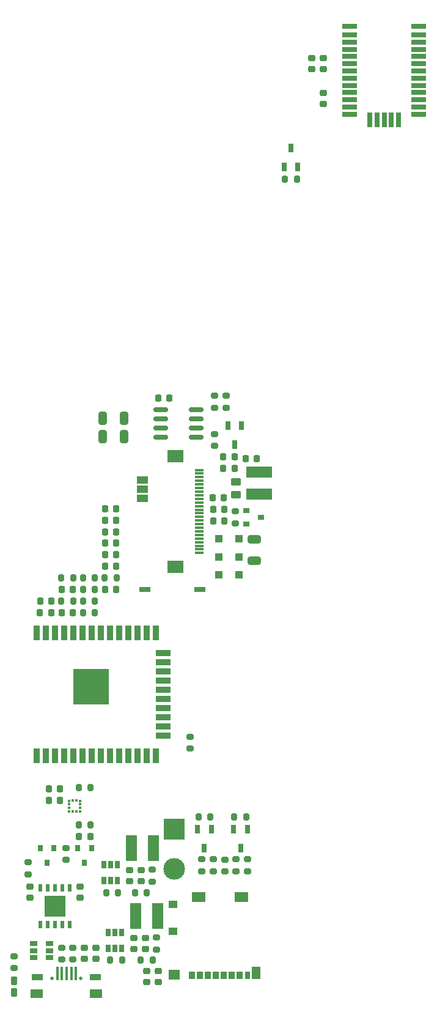
<source format=gbr>
%TF.GenerationSoftware,KiCad,Pcbnew,(5.99.0-10506-gb986797469)*%
%TF.CreationDate,2021-06-08T23:03:07+02:00*%
%TF.ProjectId,Navi_2_0,4e617669-5f32-45f3-902e-6b696361645f,rev?*%
%TF.SameCoordinates,Original*%
%TF.FileFunction,Soldermask,Bot*%
%TF.FilePolarity,Negative*%
%FSLAX46Y46*%
G04 Gerber Fmt 4.6, Leading zero omitted, Abs format (unit mm)*
G04 Created by KiCad (PCBNEW (5.99.0-10506-gb986797469)) date 2021-06-08 23:03:07*
%MOMM*%
%LPD*%
G01*
G04 APERTURE LIST*
G04 Aperture macros list*
%AMRoundRect*
0 Rectangle with rounded corners*
0 $1 Rounding radius*
0 $2 $3 $4 $5 $6 $7 $8 $9 X,Y pos of 4 corners*
0 Add a 4 corners polygon primitive as box body*
4,1,4,$2,$3,$4,$5,$6,$7,$8,$9,$2,$3,0*
0 Add four circle primitives for the rounded corners*
1,1,$1+$1,$2,$3*
1,1,$1+$1,$4,$5*
1,1,$1+$1,$6,$7*
1,1,$1+$1,$8,$9*
0 Add four rect primitives between the rounded corners*
20,1,$1+$1,$2,$3,$4,$5,0*
20,1,$1+$1,$4,$5,$6,$7,0*
20,1,$1+$1,$6,$7,$8,$9,0*
20,1,$1+$1,$8,$9,$2,$3,0*%
G04 Aperture macros list end*
%ADD10R,0.900000X2.000000*%
%ADD11R,2.000000X0.900000*%
%ADD12R,5.000000X5.000000*%
%ADD13C,3.000000*%
%ADD14R,3.000000X3.000000*%
%ADD15RoundRect,0.225000X-0.225000X-0.250000X0.225000X-0.250000X0.225000X0.250000X-0.225000X0.250000X0*%
%ADD16RoundRect,0.250000X-0.650000X0.325000X-0.650000X-0.325000X0.650000X-0.325000X0.650000X0.325000X0*%
%ADD17RoundRect,0.225000X0.225000X0.250000X-0.225000X0.250000X-0.225000X-0.250000X0.225000X-0.250000X0*%
%ADD18RoundRect,0.225000X-0.250000X0.225000X-0.250000X-0.225000X0.250000X-0.225000X0.250000X0.225000X0*%
%ADD19R,1.100000X1.100000*%
%ADD20RoundRect,0.250000X-0.325000X-0.650000X0.325000X-0.650000X0.325000X0.650000X-0.325000X0.650000X0*%
%ADD21R,1.300000X0.300000*%
%ADD22R,2.200000X1.800000*%
%ADD23R,0.650000X1.220000*%
%ADD24R,1.500000X1.000000*%
%ADD25R,0.900000X0.800000*%
%ADD26R,3.600000X1.500000*%
%ADD27RoundRect,0.249998X0.450002X-0.262502X0.450002X0.262502X-0.450002X0.262502X-0.450002X-0.262502X0*%
%ADD28RoundRect,0.200000X0.275000X-0.200000X0.275000X0.200000X-0.275000X0.200000X-0.275000X-0.200000X0*%
%ADD29RoundRect,0.150000X0.825000X0.150000X-0.825000X0.150000X-0.825000X-0.150000X0.825000X-0.150000X0*%
%ADD30R,0.510000X1.100000*%
%ADD31R,0.850000X1.100000*%
%ADD32R,0.750000X1.100000*%
%ADD33R,1.200000X1.000000*%
%ADD34R,1.170000X1.800000*%
%ADD35R,1.900000X1.350000*%
%ADD36R,1.550000X1.350000*%
%ADD37C,0.500000*%
%ADD38R,0.400000X1.850000*%
%ADD39R,1.690000X1.300000*%
%ADD40R,1.650000X0.900000*%
%ADD41R,2.150000X0.700000*%
%ADD42R,0.700000X2.150000*%
%ADD43RoundRect,0.225000X0.250000X-0.225000X0.250000X0.225000X-0.250000X0.225000X-0.250000X-0.225000X0*%
%ADD44RoundRect,0.200000X0.200000X0.275000X-0.200000X0.275000X-0.200000X-0.275000X0.200000X-0.275000X0*%
%ADD45R,1.500000X3.600000*%
%ADD46R,1.060000X0.650000*%
%ADD47R,0.650000X1.060000*%
%ADD48RoundRect,0.200000X-0.275000X0.200000X-0.275000X-0.200000X0.275000X-0.200000X0.275000X0.200000X0*%
%ADD49R,0.800000X0.900000*%
%ADD50R,0.350000X0.325000*%
%ADD51R,0.325000X0.350000*%
%ADD52RoundRect,0.200000X-0.200000X-0.275000X0.200000X-0.275000X0.200000X0.275000X-0.200000X0.275000X0*%
%ADD53R,1.600000X0.760000*%
%ADD54RoundRect,0.212500X0.212500X-0.400000X0.212500X0.400000X-0.212500X0.400000X-0.212500X-0.400000X0*%
G04 APERTURE END LIST*
D10*
%TO.C,U3*%
X41382500Y-132000000D03*
X42652500Y-132000000D03*
X43922500Y-132000000D03*
X45192500Y-132000000D03*
X46462500Y-132000000D03*
X47732500Y-132000000D03*
X49002500Y-132000000D03*
X50272500Y-132000000D03*
X51542500Y-132000000D03*
X52812500Y-132000000D03*
X54082500Y-132000000D03*
X55352500Y-132000000D03*
X56622500Y-132000000D03*
X57892500Y-132000000D03*
D11*
X58892500Y-134785000D03*
X58892500Y-136055000D03*
X58892500Y-137325000D03*
X58892500Y-138595000D03*
X58892500Y-139865000D03*
X58892500Y-141135000D03*
X58892500Y-142405000D03*
X58892500Y-143675000D03*
X58892500Y-144945000D03*
X58892500Y-146215000D03*
D10*
X57892500Y-149000000D03*
X56622500Y-149000000D03*
X55352500Y-149000000D03*
X54082500Y-149000000D03*
X52812500Y-149000000D03*
X51542500Y-149000000D03*
X50272500Y-149000000D03*
X49002500Y-149000000D03*
X47732500Y-149000000D03*
X46462500Y-149000000D03*
X45192500Y-149000000D03*
X43922500Y-149000000D03*
X42652500Y-149000000D03*
X41382500Y-149000000D03*
D12*
X48882500Y-139500000D03*
%TD*%
D13*
%TO.C,J9*%
X60400000Y-164700000D03*
%TD*%
D14*
%TO.C,J10*%
X60400000Y-159200000D03*
%TD*%
D15*
%TO.C,C22*%
X50825000Y-121200000D03*
X52375000Y-121200000D03*
%TD*%
D16*
%TO.C,C13*%
X71500000Y-119025000D03*
X71500000Y-121975000D03*
%TD*%
D17*
%TO.C,C16*%
X68775000Y-107600000D03*
X67225000Y-107600000D03*
%TD*%
D15*
%TO.C,C17*%
X58225000Y-99500000D03*
X59775000Y-99500000D03*
%TD*%
%TO.C,C21*%
X50825000Y-118000000D03*
X52375000Y-118000000D03*
%TD*%
D18*
%TO.C,C20*%
X47400000Y-167125000D03*
X47400000Y-168675000D03*
%TD*%
D19*
%TO.C,D4*%
X66600000Y-124000000D03*
X69400000Y-124000000D03*
%TD*%
D20*
%TO.C,C24*%
X50525000Y-102300000D03*
X53475000Y-102300000D03*
%TD*%
%TO.C,C25*%
X50525000Y-104800000D03*
X53475000Y-104800000D03*
%TD*%
D15*
%TO.C,C26*%
X65825000Y-116500000D03*
X67375000Y-116500000D03*
%TD*%
%TO.C,C27*%
X50850000Y-114800000D03*
X52400000Y-114800000D03*
%TD*%
%TO.C,C28*%
X50825000Y-116400000D03*
X52375000Y-116400000D03*
%TD*%
%TO.C,C29*%
X50825000Y-119600000D03*
X52375000Y-119600000D03*
%TD*%
D19*
%TO.C,D3*%
X69400000Y-121500000D03*
X66600000Y-121500000D03*
%TD*%
%TO.C,D5*%
X66600000Y-119000000D03*
X69400000Y-119000000D03*
%TD*%
D21*
%TO.C,J2*%
X63850000Y-120950000D03*
X63850000Y-120450000D03*
X63850000Y-119950000D03*
X63850000Y-119450000D03*
X63850000Y-118950000D03*
X63850000Y-118450000D03*
X63850000Y-117950000D03*
X63850000Y-117450000D03*
X63850000Y-116950000D03*
X63850000Y-116450000D03*
X63850000Y-115950000D03*
X63850000Y-115450000D03*
X63850000Y-114950000D03*
X63850000Y-114450000D03*
X63850000Y-113950000D03*
X63850000Y-113450000D03*
X63850000Y-112950000D03*
X63850000Y-112450000D03*
X63850000Y-111950000D03*
X63850000Y-111450000D03*
X63850000Y-110950000D03*
X63850000Y-110450000D03*
X63850000Y-109950000D03*
X63850000Y-109450000D03*
D22*
X60600000Y-107550000D03*
X60600000Y-122850000D03*
%TD*%
D15*
%TO.C,C30*%
X50825000Y-122800000D03*
X52375000Y-122800000D03*
%TD*%
D23*
%TO.C,Q1*%
X67850000Y-103290000D03*
X69750000Y-103290000D03*
X68800000Y-105910000D03*
%TD*%
D24*
%TO.C,JP1*%
X56000000Y-113400000D03*
X56000000Y-112100000D03*
X56000000Y-110800000D03*
%TD*%
D25*
%TO.C,Q2*%
X70400000Y-116950000D03*
X70400000Y-115050000D03*
X72400000Y-116000000D03*
%TD*%
D26*
%TO.C,L3*%
X72200000Y-109725000D03*
X72200000Y-112775000D03*
%TD*%
D27*
%TO.C,R28*%
X69000000Y-112912500D03*
X69000000Y-111087500D03*
%TD*%
D28*
%TO.C,R27*%
X66000000Y-106125000D03*
X66000000Y-104475000D03*
%TD*%
D29*
%TO.C,U7*%
X63475000Y-101095000D03*
X63475000Y-102365000D03*
X63475000Y-103635000D03*
X63475000Y-104905000D03*
X58525000Y-104905000D03*
X58525000Y-103635000D03*
X58525000Y-102365000D03*
X58525000Y-101095000D03*
%TD*%
D28*
%TO.C,R29*%
X68900000Y-116825000D03*
X68900000Y-115175000D03*
%TD*%
%TO.C,R30*%
X67600000Y-100825000D03*
X67600000Y-99175000D03*
%TD*%
D18*
%TO.C,C9*%
X40400000Y-167125000D03*
X40400000Y-168675000D03*
%TD*%
D30*
%TO.C,U4*%
X45900000Y-172400000D03*
X44900000Y-172400000D03*
X43900000Y-172400000D03*
X42900000Y-172400000D03*
X41900000Y-172400000D03*
X41900000Y-167300000D03*
X42900000Y-167300000D03*
X43900000Y-167300000D03*
X44900000Y-167300000D03*
X45900000Y-167300000D03*
D14*
X43900000Y-169850000D03*
%TD*%
D31*
%TO.C,J27*%
X62895000Y-179450000D03*
X63995000Y-179450000D03*
X65095000Y-179450000D03*
X66195000Y-179450000D03*
X67295000Y-179450000D03*
X68395000Y-179450000D03*
X69495000Y-179450000D03*
D32*
X70545000Y-179450000D03*
D33*
X60260000Y-173300000D03*
X60260000Y-169600000D03*
D34*
X71755000Y-179100000D03*
D35*
X63760000Y-168625000D03*
X69730000Y-168625000D03*
D36*
X60435000Y-179325000D03*
%TD*%
D37*
%TO.C,J1*%
X47500000Y-179850000D03*
X43500000Y-179850000D03*
D38*
X46800000Y-179165000D03*
X46150000Y-179165000D03*
X45500000Y-179165000D03*
X44850000Y-179165000D03*
X44200000Y-179165000D03*
D39*
X49615000Y-182000000D03*
D40*
X49525000Y-179640000D03*
D39*
X41385000Y-182000000D03*
D40*
X41475000Y-179640000D03*
%TD*%
D28*
%TO.C,R31*%
X66000000Y-100825000D03*
X66000000Y-99175000D03*
%TD*%
D41*
%TO.C,U5*%
X84700000Y-60200000D03*
X84700000Y-59200000D03*
X84700000Y-58200000D03*
X84700000Y-57200000D03*
X84700000Y-56200000D03*
X84700000Y-55200000D03*
X84700000Y-54200000D03*
X84700000Y-53200000D03*
X84700000Y-52200000D03*
X84700000Y-51200000D03*
X84700000Y-50200000D03*
X84700000Y-49200000D03*
X84700000Y-48050000D03*
X94300000Y-48050000D03*
X94300000Y-49200000D03*
X94300000Y-50200000D03*
X94300000Y-51200000D03*
X94300000Y-52200000D03*
X94300000Y-53200000D03*
X94300000Y-54200000D03*
X94300000Y-55200000D03*
X94300000Y-56200000D03*
X94300000Y-57200000D03*
X94300000Y-58200000D03*
X94300000Y-59200000D03*
X94300000Y-60200000D03*
D42*
X91500000Y-61000000D03*
X90500000Y-61000000D03*
X89500000Y-61000000D03*
X88500000Y-61000000D03*
X87500000Y-61000000D03*
%TD*%
D43*
%TO.C,C1*%
X54800000Y-175775000D03*
X54800000Y-174225000D03*
%TD*%
%TO.C,C2*%
X54200000Y-166375000D03*
X54200000Y-164825000D03*
%TD*%
D28*
%TO.C,R37*%
X65800000Y-165025000D03*
X65800000Y-163375000D03*
%TD*%
D44*
%TO.C,R21*%
X48825000Y-153400000D03*
X47175000Y-153400000D03*
%TD*%
D45*
%TO.C,L1*%
X55075000Y-171200000D03*
X58125000Y-171200000D03*
%TD*%
D18*
%TO.C,C32*%
X81100000Y-52425000D03*
X81100000Y-53975000D03*
%TD*%
D46*
%TO.C,D1*%
X40900000Y-176950000D03*
X40900000Y-176000000D03*
X40900000Y-175050000D03*
X43100000Y-175050000D03*
X43100000Y-176000000D03*
X43100000Y-176950000D03*
%TD*%
D18*
%TO.C,C11*%
X55800000Y-164825000D03*
X55800000Y-166375000D03*
%TD*%
D15*
%TO.C,C15*%
X47225000Y-160200000D03*
X48775000Y-160200000D03*
%TD*%
D28*
%TO.C,R39*%
X70600000Y-165025000D03*
X70600000Y-163375000D03*
%TD*%
D44*
%TO.C,R14*%
X49425000Y-124400000D03*
X47775000Y-124400000D03*
%TD*%
D47*
%TO.C,U2*%
X50650000Y-164100000D03*
X51600000Y-164100000D03*
X52550000Y-164100000D03*
X52550000Y-166300000D03*
X51600000Y-166300000D03*
X50650000Y-166300000D03*
%TD*%
D28*
%TO.C,R5*%
X46400000Y-177225000D03*
X46400000Y-175575000D03*
%TD*%
D18*
%TO.C,C31*%
X81100000Y-57225000D03*
X81100000Y-58775000D03*
%TD*%
D44*
%TO.C,R15*%
X52425000Y-124400000D03*
X50775000Y-124400000D03*
%TD*%
D23*
%TO.C,Q3*%
X77550000Y-67510000D03*
X75650000Y-67510000D03*
X76600000Y-64890000D03*
%TD*%
D15*
%TO.C,C36*%
X70325000Y-107900000D03*
X71875000Y-107900000D03*
%TD*%
%TO.C,C4*%
X44825000Y-129200000D03*
X46375000Y-129200000D03*
%TD*%
D47*
%TO.C,U1*%
X51250000Y-173500000D03*
X52200000Y-173500000D03*
X53150000Y-173500000D03*
X53150000Y-175700000D03*
X52200000Y-175700000D03*
X51250000Y-175700000D03*
%TD*%
D15*
%TO.C,C14*%
X43025000Y-155200000D03*
X44575000Y-155200000D03*
%TD*%
D44*
%TO.C,R9*%
X49425000Y-126000000D03*
X47775000Y-126000000D03*
%TD*%
D15*
%TO.C,C35*%
X65825000Y-114900000D03*
X67375000Y-114900000D03*
%TD*%
D44*
%TO.C,R32*%
X77425000Y-69200000D03*
X75775000Y-69200000D03*
%TD*%
D17*
%TO.C,C12*%
X52375000Y-126000000D03*
X50825000Y-126000000D03*
%TD*%
D48*
%TO.C,R12*%
X57400000Y-164775000D03*
X57400000Y-166425000D03*
%TD*%
D49*
%TO.C,Q5*%
X41850000Y-161800000D03*
X43750000Y-161800000D03*
X42800000Y-163800000D03*
%TD*%
D50*
%TO.C,U6*%
X47362500Y-155250000D03*
X47362500Y-155750000D03*
X47362500Y-156250000D03*
X47362500Y-156750000D03*
D51*
X46850000Y-156762500D03*
X46350000Y-156762500D03*
D50*
X45837500Y-156750000D03*
X45837500Y-156250000D03*
X45837500Y-155750000D03*
X45837500Y-155250000D03*
D51*
X46350000Y-155237500D03*
X46850000Y-155237500D03*
%TD*%
D43*
%TO.C,C19*%
X58200000Y-180375000D03*
X58200000Y-178825000D03*
%TD*%
D52*
%TO.C,R6*%
X47775000Y-127600000D03*
X49425000Y-127600000D03*
%TD*%
D18*
%TO.C,C18*%
X56600000Y-178825000D03*
X56600000Y-180375000D03*
%TD*%
D17*
%TO.C,C5*%
X43375000Y-129200000D03*
X41825000Y-129200000D03*
%TD*%
D49*
%TO.C,Q4*%
X47050000Y-161800000D03*
X48950000Y-161800000D03*
X48000000Y-163800000D03*
%TD*%
D28*
%TO.C,R36*%
X64200000Y-165000000D03*
X64200000Y-163350000D03*
%TD*%
D44*
%TO.C,R33*%
X70400000Y-157500000D03*
X68750000Y-157500000D03*
%TD*%
D23*
%TO.C,Q6*%
X68650000Y-159190000D03*
X70550000Y-159190000D03*
X69600000Y-161810000D03*
%TD*%
D17*
%TO.C,C23*%
X44575000Y-153600000D03*
X43025000Y-153600000D03*
%TD*%
D28*
%TO.C,R4*%
X44800000Y-177225000D03*
X44800000Y-175575000D03*
%TD*%
D53*
%TO.C,SW1*%
X64010000Y-126000000D03*
X56390000Y-126000000D03*
%TD*%
D28*
%TO.C,R38*%
X67400000Y-165050000D03*
X67400000Y-163400000D03*
%TD*%
D44*
%TO.C,R1*%
X46425000Y-127600000D03*
X44775000Y-127600000D03*
%TD*%
%TO.C,R8*%
X46425000Y-124400000D03*
X44775000Y-124400000D03*
%TD*%
D48*
%TO.C,R10*%
X58000000Y-174175000D03*
X58000000Y-175825000D03*
%TD*%
D28*
%TO.C,R18*%
X38200000Y-178425000D03*
X38200000Y-176775000D03*
%TD*%
D48*
%TO.C,R35*%
X69000000Y-163375000D03*
X69000000Y-165025000D03*
%TD*%
D52*
%TO.C,R2*%
X51550000Y-177300000D03*
X53200000Y-177300000D03*
%TD*%
D18*
%TO.C,C33*%
X79500000Y-52425000D03*
X79500000Y-53975000D03*
%TD*%
D52*
%TO.C,R23*%
X63775000Y-157500000D03*
X65425000Y-157500000D03*
%TD*%
D28*
%TO.C,R17*%
X62600000Y-148025000D03*
X62600000Y-146375000D03*
%TD*%
D17*
%TO.C,C37*%
X68775000Y-109200000D03*
X67225000Y-109200000D03*
%TD*%
D54*
%TO.C,D2*%
X38200000Y-181812500D03*
X38200000Y-180187500D03*
%TD*%
D44*
%TO.C,R7*%
X49425000Y-129200000D03*
X47775000Y-129200000D03*
%TD*%
D15*
%TO.C,C34*%
X65725000Y-113300000D03*
X67275000Y-113300000D03*
%TD*%
D52*
%TO.C,R3*%
X50975000Y-168000000D03*
X52625000Y-168000000D03*
%TD*%
D17*
%TO.C,C3*%
X43400000Y-127600000D03*
X41850000Y-127600000D03*
%TD*%
D48*
%TO.C,R19*%
X45400000Y-161775000D03*
X45400000Y-163425000D03*
%TD*%
%TO.C,R20*%
X40200000Y-163775000D03*
X40200000Y-165425000D03*
%TD*%
D23*
%TO.C,Q7*%
X63650000Y-159190000D03*
X65550000Y-159190000D03*
X64600000Y-161810000D03*
%TD*%
D18*
%TO.C,C10*%
X56400000Y-174225000D03*
X56400000Y-175775000D03*
%TD*%
D15*
%TO.C,C8*%
X44850000Y-126000000D03*
X46400000Y-126000000D03*
%TD*%
D18*
%TO.C,C6*%
X48000000Y-175625000D03*
X48000000Y-177175000D03*
%TD*%
%TO.C,C7*%
X49600000Y-175625000D03*
X49600000Y-177175000D03*
%TD*%
D52*
%TO.C,R16*%
X47175000Y-158600000D03*
X48825000Y-158600000D03*
%TD*%
D45*
%TO.C,L2*%
X54475000Y-161800000D03*
X57525000Y-161800000D03*
%TD*%
D52*
%TO.C,R13*%
X54975000Y-168000000D03*
X56625000Y-168000000D03*
%TD*%
%TO.C,R11*%
X55775000Y-177300000D03*
X57425000Y-177300000D03*
%TD*%
M02*

</source>
